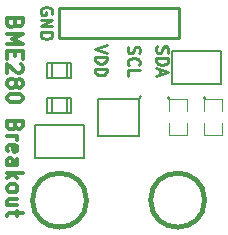
<source format=gto>
G04 (created by PCBNEW (2013-07-07 BZR 4022)-stable) date 4/12/2015 3:28:36 PM*
%MOIN*%
G04 Gerber Fmt 3.4, Leading zero omitted, Abs format*
%FSLAX34Y34*%
G01*
G70*
G90*
G04 APERTURE LIST*
%ADD10C,0.00590551*%
%ADD11C,0.00984252*%
%ADD12C,0.011811*%
%ADD13C,0.0039*%
%ADD14C,0.005*%
%ADD15C,0.01*%
%ADD16C,0.015*%
G04 APERTURE END LIST*
G54D10*
G54D11*
X15056Y-9836D02*
X15037Y-9893D01*
X15037Y-9986D01*
X15056Y-10024D01*
X15074Y-10043D01*
X15112Y-10061D01*
X15149Y-10061D01*
X15187Y-10043D01*
X15206Y-10024D01*
X15224Y-9986D01*
X15243Y-9911D01*
X15262Y-9874D01*
X15281Y-9855D01*
X15318Y-9836D01*
X15356Y-9836D01*
X15393Y-9855D01*
X15412Y-9874D01*
X15431Y-9911D01*
X15431Y-10005D01*
X15412Y-10061D01*
X15037Y-10230D02*
X15431Y-10230D01*
X15431Y-10324D01*
X15412Y-10380D01*
X15374Y-10418D01*
X15337Y-10436D01*
X15262Y-10455D01*
X15206Y-10455D01*
X15131Y-10436D01*
X15093Y-10418D01*
X15056Y-10380D01*
X15037Y-10324D01*
X15037Y-10230D01*
X15149Y-10605D02*
X15149Y-10793D01*
X15037Y-10568D02*
X15431Y-10699D01*
X15037Y-10830D01*
X14111Y-9846D02*
X14092Y-9902D01*
X14092Y-9996D01*
X14111Y-10033D01*
X14130Y-10052D01*
X14167Y-10071D01*
X14205Y-10071D01*
X14242Y-10052D01*
X14261Y-10033D01*
X14280Y-9996D01*
X14298Y-9921D01*
X14317Y-9883D01*
X14336Y-9865D01*
X14373Y-9846D01*
X14411Y-9846D01*
X14448Y-9865D01*
X14467Y-9883D01*
X14486Y-9921D01*
X14486Y-10014D01*
X14467Y-10071D01*
X14130Y-10464D02*
X14111Y-10446D01*
X14092Y-10389D01*
X14092Y-10352D01*
X14111Y-10296D01*
X14148Y-10258D01*
X14186Y-10239D01*
X14261Y-10221D01*
X14317Y-10221D01*
X14392Y-10239D01*
X14430Y-10258D01*
X14467Y-10296D01*
X14486Y-10352D01*
X14486Y-10389D01*
X14467Y-10446D01*
X14448Y-10464D01*
X14092Y-10821D02*
X14092Y-10633D01*
X14486Y-10633D01*
X13383Y-9790D02*
X12990Y-9921D01*
X13383Y-10052D01*
X12990Y-10183D02*
X13383Y-10183D01*
X13383Y-10277D01*
X13365Y-10333D01*
X13327Y-10371D01*
X13290Y-10389D01*
X13215Y-10408D01*
X13158Y-10408D01*
X13083Y-10389D01*
X13046Y-10371D01*
X13008Y-10333D01*
X12990Y-10277D01*
X12990Y-10183D01*
X12990Y-10577D02*
X13383Y-10577D01*
X13383Y-10671D01*
X13365Y-10727D01*
X13327Y-10764D01*
X13290Y-10783D01*
X13215Y-10802D01*
X13158Y-10802D01*
X13083Y-10783D01*
X13046Y-10764D01*
X13008Y-10727D01*
X12990Y-10671D01*
X12990Y-10577D01*
X11554Y-8755D02*
X11572Y-8717D01*
X11572Y-8661D01*
X11554Y-8605D01*
X11516Y-8567D01*
X11479Y-8548D01*
X11404Y-8530D01*
X11347Y-8530D01*
X11272Y-8548D01*
X11235Y-8567D01*
X11197Y-8605D01*
X11179Y-8661D01*
X11179Y-8698D01*
X11197Y-8755D01*
X11216Y-8773D01*
X11347Y-8773D01*
X11347Y-8698D01*
X11179Y-8942D02*
X11572Y-8942D01*
X11179Y-9167D01*
X11572Y-9167D01*
X11179Y-9355D02*
X11572Y-9355D01*
X11572Y-9448D01*
X11554Y-9505D01*
X11516Y-9542D01*
X11479Y-9561D01*
X11404Y-9580D01*
X11347Y-9580D01*
X11272Y-9561D01*
X11235Y-9542D01*
X11197Y-9505D01*
X11179Y-9448D01*
X11179Y-9355D01*
G54D12*
X10336Y-9070D02*
X10312Y-9143D01*
X10287Y-9167D01*
X10239Y-9191D01*
X10165Y-9191D01*
X10117Y-9167D01*
X10092Y-9143D01*
X10068Y-9094D01*
X10068Y-8899D01*
X10580Y-8899D01*
X10580Y-9070D01*
X10555Y-9118D01*
X10531Y-9143D01*
X10482Y-9167D01*
X10434Y-9167D01*
X10385Y-9143D01*
X10360Y-9118D01*
X10336Y-9070D01*
X10336Y-8899D01*
X10068Y-9411D02*
X10580Y-9411D01*
X10214Y-9581D01*
X10580Y-9752D01*
X10068Y-9752D01*
X10336Y-9996D02*
X10336Y-10166D01*
X10068Y-10239D02*
X10068Y-9996D01*
X10580Y-9996D01*
X10580Y-10239D01*
X10531Y-10434D02*
X10555Y-10459D01*
X10580Y-10508D01*
X10580Y-10629D01*
X10555Y-10678D01*
X10531Y-10703D01*
X10482Y-10727D01*
X10434Y-10727D01*
X10360Y-10703D01*
X10068Y-10410D01*
X10068Y-10727D01*
X10360Y-11019D02*
X10385Y-10971D01*
X10409Y-10946D01*
X10458Y-10922D01*
X10482Y-10922D01*
X10531Y-10946D01*
X10555Y-10971D01*
X10580Y-11019D01*
X10580Y-11117D01*
X10555Y-11166D01*
X10531Y-11190D01*
X10482Y-11214D01*
X10458Y-11214D01*
X10409Y-11190D01*
X10385Y-11166D01*
X10360Y-11117D01*
X10360Y-11019D01*
X10336Y-10971D01*
X10312Y-10946D01*
X10263Y-10922D01*
X10165Y-10922D01*
X10117Y-10946D01*
X10092Y-10971D01*
X10068Y-11019D01*
X10068Y-11117D01*
X10092Y-11166D01*
X10117Y-11190D01*
X10165Y-11214D01*
X10263Y-11214D01*
X10312Y-11190D01*
X10336Y-11166D01*
X10360Y-11117D01*
X10580Y-11531D02*
X10580Y-11580D01*
X10555Y-11629D01*
X10531Y-11653D01*
X10482Y-11677D01*
X10385Y-11702D01*
X10263Y-11702D01*
X10165Y-11677D01*
X10117Y-11653D01*
X10092Y-11629D01*
X10068Y-11580D01*
X10068Y-11531D01*
X10092Y-11482D01*
X10117Y-11458D01*
X10165Y-11434D01*
X10263Y-11409D01*
X10385Y-11409D01*
X10482Y-11434D01*
X10531Y-11458D01*
X10555Y-11482D01*
X10580Y-11531D01*
X10336Y-12482D02*
X10312Y-12555D01*
X10287Y-12579D01*
X10239Y-12604D01*
X10165Y-12604D01*
X10117Y-12579D01*
X10092Y-12555D01*
X10068Y-12506D01*
X10068Y-12311D01*
X10580Y-12311D01*
X10580Y-12482D01*
X10555Y-12530D01*
X10531Y-12555D01*
X10482Y-12579D01*
X10434Y-12579D01*
X10385Y-12555D01*
X10360Y-12530D01*
X10336Y-12482D01*
X10336Y-12311D01*
X10068Y-12823D02*
X10409Y-12823D01*
X10312Y-12823D02*
X10360Y-12847D01*
X10385Y-12872D01*
X10409Y-12920D01*
X10409Y-12969D01*
X10092Y-13335D02*
X10068Y-13286D01*
X10068Y-13188D01*
X10092Y-13140D01*
X10141Y-13115D01*
X10336Y-13115D01*
X10385Y-13140D01*
X10409Y-13188D01*
X10409Y-13286D01*
X10385Y-13335D01*
X10336Y-13359D01*
X10287Y-13359D01*
X10239Y-13115D01*
X10068Y-13798D02*
X10336Y-13798D01*
X10385Y-13773D01*
X10409Y-13725D01*
X10409Y-13627D01*
X10385Y-13578D01*
X10092Y-13798D02*
X10068Y-13749D01*
X10068Y-13627D01*
X10092Y-13578D01*
X10141Y-13554D01*
X10190Y-13554D01*
X10239Y-13578D01*
X10263Y-13627D01*
X10263Y-13749D01*
X10287Y-13798D01*
X10068Y-14041D02*
X10580Y-14041D01*
X10263Y-14090D02*
X10068Y-14236D01*
X10409Y-14236D02*
X10214Y-14041D01*
X10068Y-14529D02*
X10092Y-14480D01*
X10117Y-14456D01*
X10165Y-14431D01*
X10312Y-14431D01*
X10360Y-14456D01*
X10385Y-14480D01*
X10409Y-14529D01*
X10409Y-14602D01*
X10385Y-14651D01*
X10360Y-14675D01*
X10312Y-14700D01*
X10165Y-14700D01*
X10117Y-14675D01*
X10092Y-14651D01*
X10068Y-14602D01*
X10068Y-14529D01*
X10409Y-15138D02*
X10068Y-15138D01*
X10409Y-14919D02*
X10141Y-14919D01*
X10092Y-14943D01*
X10068Y-14992D01*
X10068Y-15065D01*
X10092Y-15114D01*
X10117Y-15138D01*
X10409Y-15309D02*
X10409Y-15504D01*
X10580Y-15382D02*
X10141Y-15382D01*
X10092Y-15406D01*
X10068Y-15455D01*
X10068Y-15504D01*
G54D13*
X16679Y-11554D02*
G75*
G03X16679Y-11554I-50J0D01*
G74*
G01*
X16629Y-12004D02*
X16629Y-11604D01*
X16629Y-11604D02*
X17229Y-11604D01*
X17229Y-11604D02*
X17229Y-12004D01*
X17229Y-12404D02*
X17229Y-12804D01*
X17229Y-12804D02*
X16629Y-12804D01*
X16629Y-12804D02*
X16629Y-12404D01*
X15498Y-11554D02*
G75*
G03X15498Y-11554I-50J0D01*
G74*
G01*
X15448Y-12004D02*
X15448Y-11604D01*
X15448Y-11604D02*
X16048Y-11604D01*
X16048Y-11604D02*
X16048Y-12004D01*
X16048Y-12404D02*
X16048Y-12804D01*
X16048Y-12804D02*
X15448Y-12804D01*
X15448Y-12804D02*
X15448Y-12404D01*
G54D10*
X15551Y-10000D02*
X17204Y-10000D01*
X17204Y-10000D02*
X17204Y-11102D01*
X17204Y-11102D02*
X15551Y-11102D01*
X15551Y-11102D02*
X15551Y-10000D01*
X12637Y-13543D02*
X10984Y-13543D01*
X10984Y-13543D02*
X10984Y-12440D01*
X10984Y-12440D02*
X12637Y-12440D01*
X12637Y-12440D02*
X12637Y-13543D01*
G54D14*
X12061Y-11561D02*
X12061Y-12061D01*
X11561Y-11561D02*
X11561Y-12051D01*
X11411Y-11561D02*
X12211Y-11561D01*
X12211Y-11561D02*
X12211Y-12061D01*
X12211Y-12061D02*
X11411Y-12061D01*
X11411Y-12061D02*
X11411Y-11561D01*
X11561Y-10879D02*
X11561Y-10379D01*
X12061Y-10879D02*
X12061Y-10389D01*
X12211Y-10879D02*
X11411Y-10879D01*
X11411Y-10879D02*
X11411Y-10379D01*
X11411Y-10379D02*
X12211Y-10379D01*
X12211Y-10379D02*
X12211Y-10879D01*
G54D10*
X14448Y-11574D02*
X14527Y-11496D01*
X13110Y-11574D02*
X13110Y-12834D01*
X13110Y-12834D02*
X14448Y-12834D01*
X14448Y-12834D02*
X14448Y-11574D01*
X14448Y-11574D02*
X13110Y-11574D01*
G54D15*
X11779Y-8555D02*
X15779Y-8555D01*
X11779Y-9555D02*
X15779Y-9555D01*
X15779Y-9555D02*
X15779Y-8555D01*
X11779Y-8555D02*
X11779Y-9555D01*
G54D16*
X12711Y-14960D02*
G75*
G03X12711Y-14960I-900J0D01*
G74*
G01*
X16648Y-14960D02*
G75*
G03X16648Y-14960I-900J0D01*
G74*
G01*
M02*

</source>
